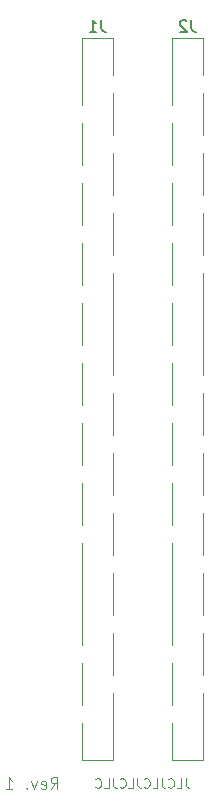
<source format=gbr>
G04 #@! TF.GenerationSoftware,KiCad,Pcbnew,9.0.6-9.0.6~ubuntu25.10.1*
G04 #@! TF.CreationDate,2025-11-15T18:36:26+09:00*
G04 #@! TF.ProjectId,bionic-kl5c80a12,62696f6e-6963-42d6-9b6c-356338306131,2*
G04 #@! TF.SameCoordinates,Original*
G04 #@! TF.FileFunction,Legend,Bot*
G04 #@! TF.FilePolarity,Positive*
%FSLAX46Y46*%
G04 Gerber Fmt 4.6, Leading zero omitted, Abs format (unit mm)*
G04 Created by KiCad (PCBNEW 9.0.6-9.0.6~ubuntu25.10.1) date 2025-11-15 18:36:26*
%MOMM*%
%LPD*%
G01*
G04 APERTURE LIST*
%ADD10C,0.100000*%
%ADD11C,0.125000*%
%ADD12C,0.150000*%
%ADD13C,0.120000*%
G04 APERTURE END LIST*
D10*
X117395238Y-136406895D02*
X117395238Y-136978323D01*
X117395238Y-136978323D02*
X117433333Y-137092609D01*
X117433333Y-137092609D02*
X117509524Y-137168800D01*
X117509524Y-137168800D02*
X117623809Y-137206895D01*
X117623809Y-137206895D02*
X117700000Y-137206895D01*
X116633333Y-137206895D02*
X117014285Y-137206895D01*
X117014285Y-137206895D02*
X117014285Y-136406895D01*
X115909523Y-137130704D02*
X115947619Y-137168800D01*
X115947619Y-137168800D02*
X116061904Y-137206895D01*
X116061904Y-137206895D02*
X116138095Y-137206895D01*
X116138095Y-137206895D02*
X116252381Y-137168800D01*
X116252381Y-137168800D02*
X116328571Y-137092609D01*
X116328571Y-137092609D02*
X116366666Y-137016419D01*
X116366666Y-137016419D02*
X116404762Y-136864038D01*
X116404762Y-136864038D02*
X116404762Y-136749752D01*
X116404762Y-136749752D02*
X116366666Y-136597371D01*
X116366666Y-136597371D02*
X116328571Y-136521180D01*
X116328571Y-136521180D02*
X116252381Y-136444990D01*
X116252381Y-136444990D02*
X116138095Y-136406895D01*
X116138095Y-136406895D02*
X116061904Y-136406895D01*
X116061904Y-136406895D02*
X115947619Y-136444990D01*
X115947619Y-136444990D02*
X115909523Y-136483085D01*
X115338095Y-136406895D02*
X115338095Y-136978323D01*
X115338095Y-136978323D02*
X115376190Y-137092609D01*
X115376190Y-137092609D02*
X115452381Y-137168800D01*
X115452381Y-137168800D02*
X115566666Y-137206895D01*
X115566666Y-137206895D02*
X115642857Y-137206895D01*
X114576190Y-137206895D02*
X114957142Y-137206895D01*
X114957142Y-137206895D02*
X114957142Y-136406895D01*
X113852380Y-137130704D02*
X113890476Y-137168800D01*
X113890476Y-137168800D02*
X114004761Y-137206895D01*
X114004761Y-137206895D02*
X114080952Y-137206895D01*
X114080952Y-137206895D02*
X114195238Y-137168800D01*
X114195238Y-137168800D02*
X114271428Y-137092609D01*
X114271428Y-137092609D02*
X114309523Y-137016419D01*
X114309523Y-137016419D02*
X114347619Y-136864038D01*
X114347619Y-136864038D02*
X114347619Y-136749752D01*
X114347619Y-136749752D02*
X114309523Y-136597371D01*
X114309523Y-136597371D02*
X114271428Y-136521180D01*
X114271428Y-136521180D02*
X114195238Y-136444990D01*
X114195238Y-136444990D02*
X114080952Y-136406895D01*
X114080952Y-136406895D02*
X114004761Y-136406895D01*
X114004761Y-136406895D02*
X113890476Y-136444990D01*
X113890476Y-136444990D02*
X113852380Y-136483085D01*
X113280952Y-136406895D02*
X113280952Y-136978323D01*
X113280952Y-136978323D02*
X113319047Y-137092609D01*
X113319047Y-137092609D02*
X113395238Y-137168800D01*
X113395238Y-137168800D02*
X113509523Y-137206895D01*
X113509523Y-137206895D02*
X113585714Y-137206895D01*
X112519047Y-137206895D02*
X112899999Y-137206895D01*
X112899999Y-137206895D02*
X112899999Y-136406895D01*
X111795237Y-137130704D02*
X111833333Y-137168800D01*
X111833333Y-137168800D02*
X111947618Y-137206895D01*
X111947618Y-137206895D02*
X112023809Y-137206895D01*
X112023809Y-137206895D02*
X112138095Y-137168800D01*
X112138095Y-137168800D02*
X112214285Y-137092609D01*
X112214285Y-137092609D02*
X112252380Y-137016419D01*
X112252380Y-137016419D02*
X112290476Y-136864038D01*
X112290476Y-136864038D02*
X112290476Y-136749752D01*
X112290476Y-136749752D02*
X112252380Y-136597371D01*
X112252380Y-136597371D02*
X112214285Y-136521180D01*
X112214285Y-136521180D02*
X112138095Y-136444990D01*
X112138095Y-136444990D02*
X112023809Y-136406895D01*
X112023809Y-136406895D02*
X111947618Y-136406895D01*
X111947618Y-136406895D02*
X111833333Y-136444990D01*
X111833333Y-136444990D02*
X111795237Y-136483085D01*
X111223809Y-136406895D02*
X111223809Y-136978323D01*
X111223809Y-136978323D02*
X111261904Y-137092609D01*
X111261904Y-137092609D02*
X111338095Y-137168800D01*
X111338095Y-137168800D02*
X111452380Y-137206895D01*
X111452380Y-137206895D02*
X111528571Y-137206895D01*
X110461904Y-137206895D02*
X110842856Y-137206895D01*
X110842856Y-137206895D02*
X110842856Y-136406895D01*
X109738094Y-137130704D02*
X109776190Y-137168800D01*
X109776190Y-137168800D02*
X109890475Y-137206895D01*
X109890475Y-137206895D02*
X109966666Y-137206895D01*
X109966666Y-137206895D02*
X110080952Y-137168800D01*
X110080952Y-137168800D02*
X110157142Y-137092609D01*
X110157142Y-137092609D02*
X110195237Y-137016419D01*
X110195237Y-137016419D02*
X110233333Y-136864038D01*
X110233333Y-136864038D02*
X110233333Y-136749752D01*
X110233333Y-136749752D02*
X110195237Y-136597371D01*
X110195237Y-136597371D02*
X110157142Y-136521180D01*
X110157142Y-136521180D02*
X110080952Y-136444990D01*
X110080952Y-136444990D02*
X109966666Y-136406895D01*
X109966666Y-136406895D02*
X109890475Y-136406895D01*
X109890475Y-136406895D02*
X109776190Y-136444990D01*
X109776190Y-136444990D02*
X109738094Y-136483085D01*
D11*
X105950240Y-137308119D02*
X106283573Y-136831928D01*
X106521668Y-137308119D02*
X106521668Y-136308119D01*
X106521668Y-136308119D02*
X106140716Y-136308119D01*
X106140716Y-136308119D02*
X106045478Y-136355738D01*
X106045478Y-136355738D02*
X105997859Y-136403357D01*
X105997859Y-136403357D02*
X105950240Y-136498595D01*
X105950240Y-136498595D02*
X105950240Y-136641452D01*
X105950240Y-136641452D02*
X105997859Y-136736690D01*
X105997859Y-136736690D02*
X106045478Y-136784309D01*
X106045478Y-136784309D02*
X106140716Y-136831928D01*
X106140716Y-136831928D02*
X106521668Y-136831928D01*
X105140716Y-137260500D02*
X105235954Y-137308119D01*
X105235954Y-137308119D02*
X105426430Y-137308119D01*
X105426430Y-137308119D02*
X105521668Y-137260500D01*
X105521668Y-137260500D02*
X105569287Y-137165261D01*
X105569287Y-137165261D02*
X105569287Y-136784309D01*
X105569287Y-136784309D02*
X105521668Y-136689071D01*
X105521668Y-136689071D02*
X105426430Y-136641452D01*
X105426430Y-136641452D02*
X105235954Y-136641452D01*
X105235954Y-136641452D02*
X105140716Y-136689071D01*
X105140716Y-136689071D02*
X105093097Y-136784309D01*
X105093097Y-136784309D02*
X105093097Y-136879547D01*
X105093097Y-136879547D02*
X105569287Y-136974785D01*
X104759763Y-136641452D02*
X104521668Y-137308119D01*
X104521668Y-137308119D02*
X104283573Y-136641452D01*
X103902620Y-137212880D02*
X103855001Y-137260500D01*
X103855001Y-137260500D02*
X103902620Y-137308119D01*
X103902620Y-137308119D02*
X103950239Y-137260500D01*
X103950239Y-137260500D02*
X103902620Y-137212880D01*
X103902620Y-137212880D02*
X103902620Y-137308119D01*
X102140716Y-137308119D02*
X102712144Y-137308119D01*
X102426430Y-137308119D02*
X102426430Y-136308119D01*
X102426430Y-136308119D02*
X102521668Y-136450976D01*
X102521668Y-136450976D02*
X102616906Y-136546214D01*
X102616906Y-136546214D02*
X102712144Y-136593833D01*
D12*
X110248733Y-72204819D02*
X110248733Y-72919104D01*
X110248733Y-72919104D02*
X110296352Y-73061961D01*
X110296352Y-73061961D02*
X110391590Y-73157200D01*
X110391590Y-73157200D02*
X110534447Y-73204819D01*
X110534447Y-73204819D02*
X110629685Y-73204819D01*
X109248733Y-73204819D02*
X109820161Y-73204819D01*
X109534447Y-73204819D02*
X109534447Y-72204819D01*
X109534447Y-72204819D02*
X109629685Y-72347676D01*
X109629685Y-72347676D02*
X109724923Y-72442914D01*
X109724923Y-72442914D02*
X109820161Y-72490533D01*
X117868733Y-72204819D02*
X117868733Y-72919104D01*
X117868733Y-72919104D02*
X117916352Y-73061961D01*
X117916352Y-73061961D02*
X118011590Y-73157200D01*
X118011590Y-73157200D02*
X118154447Y-73204819D01*
X118154447Y-73204819D02*
X118249685Y-73204819D01*
X117440161Y-72300057D02*
X117392542Y-72252438D01*
X117392542Y-72252438D02*
X117297304Y-72204819D01*
X117297304Y-72204819D02*
X117059209Y-72204819D01*
X117059209Y-72204819D02*
X116963971Y-72252438D01*
X116963971Y-72252438D02*
X116916352Y-72300057D01*
X116916352Y-72300057D02*
X116868733Y-72395295D01*
X116868733Y-72395295D02*
X116868733Y-72490533D01*
X116868733Y-72490533D02*
X116916352Y-72633390D01*
X116916352Y-72633390D02*
X117487780Y-73204819D01*
X117487780Y-73204819D02*
X116868733Y-73204819D01*
D13*
X108585400Y-75840000D02*
X108585400Y-73750000D01*
X108585400Y-79400000D02*
X108585400Y-75840000D01*
X108585400Y-84480000D02*
X108585400Y-80920000D01*
X108585400Y-89560000D02*
X108585400Y-86000000D01*
X108585400Y-94640000D02*
X108585400Y-91080000D01*
X108585400Y-99720000D02*
X108585400Y-96160000D01*
X108585400Y-104800000D02*
X108585400Y-101240000D01*
X108585400Y-109880000D02*
X108585400Y-106320000D01*
X108585400Y-114960000D02*
X108585400Y-111400000D01*
X108585400Y-121560000D02*
X108585400Y-116480000D01*
X108585400Y-125120000D02*
X108585400Y-121560000D01*
X108585400Y-130200000D02*
X108585400Y-126640000D01*
X108585400Y-134830000D02*
X108585400Y-131720000D01*
X111245400Y-73750000D02*
X108585400Y-73750000D01*
X111245400Y-76860000D02*
X111245400Y-73750000D01*
X111245400Y-81940000D02*
X111245400Y-78380000D01*
X111245400Y-87020000D02*
X111245400Y-83460000D01*
X111245400Y-92100000D02*
X111245400Y-88540000D01*
X111245400Y-98700000D02*
X111245400Y-93620000D01*
X111245400Y-102260000D02*
X111245400Y-98700000D01*
X111245400Y-107340000D02*
X111245400Y-103780000D01*
X111245400Y-112420000D02*
X111245400Y-108860000D01*
X111245400Y-117500000D02*
X111245400Y-113940000D01*
X111245400Y-122580000D02*
X111245400Y-119020000D01*
X111245400Y-127660000D02*
X111245400Y-124100000D01*
X111245400Y-134260000D02*
X111245400Y-129180000D01*
X111245400Y-134830000D02*
X108585400Y-134830000D01*
X111245400Y-134830000D02*
X111245400Y-134260000D01*
X116205400Y-74320000D02*
X116205400Y-73750000D01*
X116205400Y-79400000D02*
X116205400Y-74320000D01*
X116205400Y-84480000D02*
X116205400Y-80920000D01*
X116205400Y-89560000D02*
X116205400Y-86000000D01*
X116205400Y-94640000D02*
X116205400Y-91080000D01*
X116205400Y-99720000D02*
X116205400Y-96160000D01*
X116205400Y-104800000D02*
X116205400Y-101240000D01*
X116205400Y-109880000D02*
X116205400Y-106320000D01*
X116205400Y-114960000D02*
X116205400Y-111400000D01*
X116205400Y-121560000D02*
X116205400Y-116480000D01*
X116205400Y-125120000D02*
X116205400Y-121560000D01*
X116205400Y-130200000D02*
X116205400Y-126640000D01*
X116205400Y-134830000D02*
X116205400Y-131720000D01*
X118865400Y-73750000D02*
X116205400Y-73750000D01*
X118865400Y-76860000D02*
X118865400Y-73750000D01*
X118865400Y-81940000D02*
X118865400Y-78380000D01*
X118865400Y-87020000D02*
X118865400Y-83460000D01*
X118865400Y-92100000D02*
X118865400Y-88540000D01*
X118865400Y-98700000D02*
X118865400Y-93620000D01*
X118865400Y-102260000D02*
X118865400Y-98700000D01*
X118865400Y-107340000D02*
X118865400Y-103780000D01*
X118865400Y-112420000D02*
X118865400Y-108860000D01*
X118865400Y-117500000D02*
X118865400Y-113940000D01*
X118865400Y-122580000D02*
X118865400Y-119020000D01*
X118865400Y-127660000D02*
X118865400Y-124100000D01*
X118865400Y-134260000D02*
X118865400Y-129180000D01*
X118865400Y-134830000D02*
X116205400Y-134830000D01*
X118865400Y-134830000D02*
X118865400Y-134260000D01*
M02*

</source>
